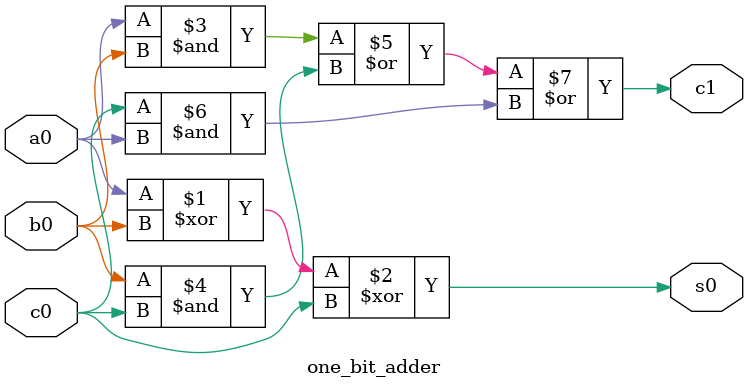
<source format=v>
module one_bit_adder(a0,b0,c0,s0,c1);

//three inputs which are 1 bit each
input a0;
input b0;
input c0;

//sum and carry respectively
output s0;
output c1;

assign s0 = a0^b0^c0;
assign c1 = (a0&b0) | (b0&c0) | (c0&a0);

endmodule
</source>
